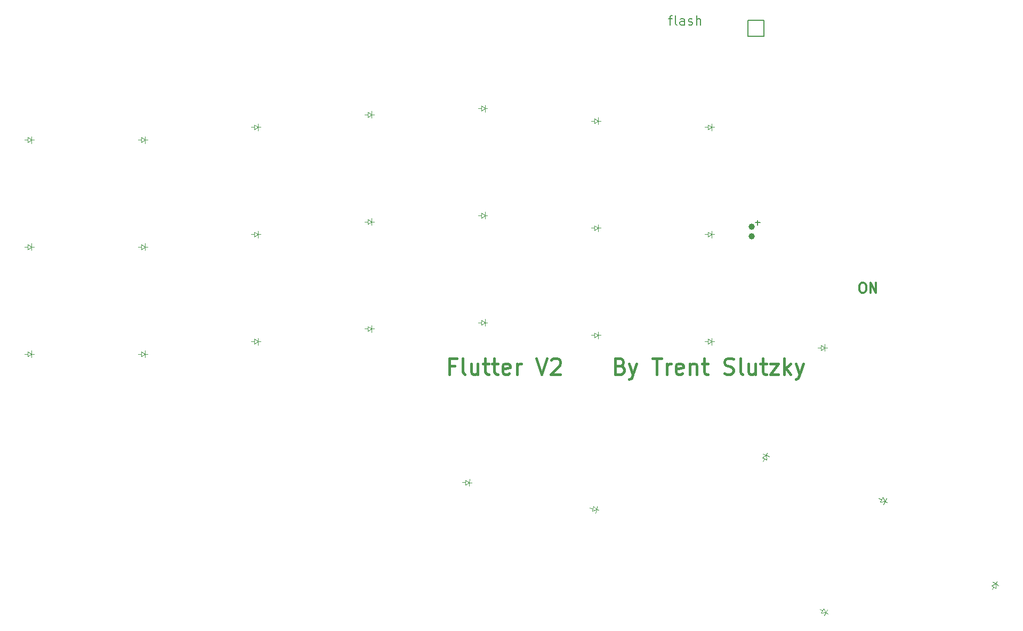
<source format=gbr>
%TF.GenerationSoftware,KiCad,Pcbnew,6.0.7*%
%TF.CreationDate,2022-09-18T19:07:01-04:00*%
%TF.ProjectId,flutter_v2_wren,666c7574-7465-4725-9f76-325f7772656e,v1.0.0*%
%TF.SameCoordinates,Original*%
%TF.FileFunction,Legend,Top*%
%TF.FilePolarity,Positive*%
%FSLAX46Y46*%
G04 Gerber Fmt 4.6, Leading zero omitted, Abs format (unit mm)*
G04 Created by KiCad (PCBNEW 6.0.7) date 2022-09-18 19:07:01*
%MOMM*%
%LPD*%
G01*
G04 APERTURE LIST*
%ADD10C,0.150000*%
%ADD11C,0.200000*%
%ADD12C,0.300000*%
%ADD13C,0.400000*%
%ADD14C,0.100000*%
%ADD15C,1.000000*%
G04 APERTURE END LIST*
D10*
X121296708Y13854107D02*
X122058613Y13854107D01*
X121677661Y13473155D02*
X121677661Y14235059D01*
D11*
X107534803Y46246964D02*
X108106232Y46246964D01*
X107749089Y45246964D02*
X107749089Y46532678D01*
X107820518Y46675536D01*
X107963375Y46746964D01*
X108106232Y46746964D01*
X108820518Y45246964D02*
X108677661Y45318393D01*
X108606232Y45461250D01*
X108606232Y46746964D01*
X110034803Y45246964D02*
X110034803Y46032678D01*
X109963375Y46175536D01*
X109820518Y46246964D01*
X109534803Y46246964D01*
X109391946Y46175536D01*
X110034803Y45318393D02*
X109891946Y45246964D01*
X109534803Y45246964D01*
X109391946Y45318393D01*
X109320518Y45461250D01*
X109320518Y45604107D01*
X109391946Y45746964D01*
X109534803Y45818393D01*
X109891946Y45818393D01*
X110034803Y45889821D01*
X110677661Y45318393D02*
X110820518Y45246964D01*
X111106232Y45246964D01*
X111249089Y45318393D01*
X111320518Y45461250D01*
X111320518Y45532678D01*
X111249089Y45675536D01*
X111106232Y45746964D01*
X110891946Y45746964D01*
X110749089Y45818393D01*
X110677661Y45961250D01*
X110677661Y46032678D01*
X110749089Y46175536D01*
X110891946Y46246964D01*
X111106232Y46246964D01*
X111249089Y46175536D01*
X111963375Y45246964D02*
X111963375Y46746964D01*
X112606232Y45246964D02*
X112606232Y46032678D01*
X112534803Y46175536D01*
X112391946Y46246964D01*
X112177661Y46246964D01*
X112034803Y46175536D01*
X111963375Y46104107D01*
D12*
X138187184Y4301726D02*
X138491946Y4301726D01*
X138644327Y4225536D01*
X138796708Y4073155D01*
X138872899Y3768393D01*
X138872899Y3235059D01*
X138796708Y2930297D01*
X138644327Y2777916D01*
X138491946Y2701726D01*
X138187184Y2701726D01*
X138034803Y2777916D01*
X137882422Y2930297D01*
X137806232Y3235059D01*
X137806232Y3768393D01*
X137882422Y4073155D01*
X138034803Y4225536D01*
X138187184Y4301726D01*
X139558613Y2701726D02*
X139558613Y4301726D01*
X140472899Y2701726D01*
X140472899Y4301726D01*
D13*
X73534803Y-8895892D02*
X72701470Y-8895892D01*
X72701470Y-10205416D02*
X72701470Y-7705416D01*
X73891946Y-7705416D01*
X75201470Y-10205416D02*
X74963375Y-10086368D01*
X74844327Y-9848273D01*
X74844327Y-7705416D01*
X77225280Y-8538749D02*
X77225280Y-10205416D01*
X76153851Y-8538749D02*
X76153851Y-9848273D01*
X76272899Y-10086368D01*
X76510994Y-10205416D01*
X76868137Y-10205416D01*
X77106232Y-10086368D01*
X77225280Y-9967321D01*
X78058613Y-8538749D02*
X79010994Y-8538749D01*
X78415756Y-7705416D02*
X78415756Y-9848273D01*
X78534803Y-10086368D01*
X78772899Y-10205416D01*
X79010994Y-10205416D01*
X79487184Y-8538749D02*
X80439565Y-8538749D01*
X79844327Y-7705416D02*
X79844327Y-9848273D01*
X79963375Y-10086368D01*
X80201470Y-10205416D01*
X80439565Y-10205416D01*
X82225280Y-10086368D02*
X81987184Y-10205416D01*
X81510994Y-10205416D01*
X81272899Y-10086368D01*
X81153851Y-9848273D01*
X81153851Y-8895892D01*
X81272899Y-8657797D01*
X81510994Y-8538749D01*
X81987184Y-8538749D01*
X82225280Y-8657797D01*
X82344327Y-8895892D01*
X82344327Y-9133987D01*
X81153851Y-9372083D01*
X83415756Y-10205416D02*
X83415756Y-8538749D01*
X83415756Y-9014940D02*
X83534803Y-8776844D01*
X83653851Y-8657797D01*
X83891946Y-8538749D01*
X84130041Y-8538749D01*
X86510994Y-7705416D02*
X87344327Y-10205416D01*
X88177660Y-7705416D01*
X88891946Y-7943511D02*
X89010994Y-7824464D01*
X89249089Y-7705416D01*
X89844327Y-7705416D01*
X90082422Y-7824464D01*
X90201470Y-7943511D01*
X90320518Y-8181606D01*
X90320518Y-8419702D01*
X90201470Y-8776844D01*
X88772899Y-10205416D01*
X90320518Y-10205416D01*
X99844327Y-8895892D02*
X100201470Y-9014940D01*
X100320518Y-9133987D01*
X100439565Y-9372083D01*
X100439565Y-9729225D01*
X100320518Y-9967321D01*
X100201470Y-10086368D01*
X99963375Y-10205416D01*
X99010994Y-10205416D01*
X99010994Y-7705416D01*
X99844327Y-7705416D01*
X100082422Y-7824464D01*
X100201470Y-7943511D01*
X100320518Y-8181606D01*
X100320518Y-8419702D01*
X100201470Y-8657797D01*
X100082422Y-8776844D01*
X99844327Y-8895892D01*
X99010994Y-8895892D01*
X101272899Y-8538749D02*
X101868137Y-10205416D01*
X102463375Y-8538749D02*
X101868137Y-10205416D01*
X101630041Y-10800654D01*
X101510994Y-10919702D01*
X101272899Y-11038749D01*
X104963375Y-7705416D02*
X106391946Y-7705416D01*
X105677660Y-10205416D02*
X105677660Y-7705416D01*
X107225280Y-10205416D02*
X107225280Y-8538749D01*
X107225280Y-9014940D02*
X107344327Y-8776844D01*
X107463375Y-8657797D01*
X107701470Y-8538749D01*
X107939565Y-8538749D01*
X109725280Y-10086368D02*
X109487184Y-10205416D01*
X109010994Y-10205416D01*
X108772899Y-10086368D01*
X108653851Y-9848273D01*
X108653851Y-8895892D01*
X108772899Y-8657797D01*
X109010994Y-8538749D01*
X109487184Y-8538749D01*
X109725280Y-8657797D01*
X109844327Y-8895892D01*
X109844327Y-9133987D01*
X108653851Y-9372083D01*
X110915756Y-8538749D02*
X110915756Y-10205416D01*
X110915756Y-8776844D02*
X111034803Y-8657797D01*
X111272899Y-8538749D01*
X111630041Y-8538749D01*
X111868137Y-8657797D01*
X111987184Y-8895892D01*
X111987184Y-10205416D01*
X112820518Y-8538749D02*
X113772899Y-8538749D01*
X113177660Y-7705416D02*
X113177660Y-9848273D01*
X113296708Y-10086368D01*
X113534803Y-10205416D01*
X113772899Y-10205416D01*
X116391946Y-10086368D02*
X116749089Y-10205416D01*
X117344327Y-10205416D01*
X117582422Y-10086368D01*
X117701470Y-9967321D01*
X117820518Y-9729225D01*
X117820518Y-9491130D01*
X117701470Y-9253035D01*
X117582422Y-9133987D01*
X117344327Y-9014940D01*
X116868137Y-8895892D01*
X116630041Y-8776844D01*
X116510994Y-8657797D01*
X116391946Y-8419702D01*
X116391946Y-8181606D01*
X116510994Y-7943511D01*
X116630041Y-7824464D01*
X116868137Y-7705416D01*
X117463375Y-7705416D01*
X117820518Y-7824464D01*
X119249089Y-10205416D02*
X119010994Y-10086368D01*
X118891946Y-9848273D01*
X118891946Y-7705416D01*
X121272899Y-8538749D02*
X121272899Y-10205416D01*
X120201470Y-8538749D02*
X120201470Y-9848273D01*
X120320518Y-10086368D01*
X120558613Y-10205416D01*
X120915756Y-10205416D01*
X121153851Y-10086368D01*
X121272899Y-9967321D01*
X122106232Y-8538749D02*
X123058613Y-8538749D01*
X122463375Y-7705416D02*
X122463375Y-9848273D01*
X122582422Y-10086368D01*
X122820518Y-10205416D01*
X123058613Y-10205416D01*
X123653851Y-8538749D02*
X124963375Y-8538749D01*
X123653851Y-10205416D01*
X124963375Y-10205416D01*
X125915756Y-10205416D02*
X125915756Y-7705416D01*
X126153851Y-9253035D02*
X126868137Y-10205416D01*
X126868137Y-8538749D02*
X125915756Y-9491130D01*
X127701470Y-8538749D02*
X128296708Y-10205416D01*
X128891946Y-8538749D02*
X128296708Y-10205416D01*
X128058613Y-10800654D01*
X127939565Y-10919702D01*
X127701470Y-11038749D01*
D10*
%TO.C,*%
%TO.C,MCU1*%
%TO.C,*%
D14*
%TO.C,D1*%
X6350000Y-7000000D02*
X5750000Y-7400000D01*
X6750000Y-7000000D02*
X6350000Y-7000000D01*
X5750000Y-7400000D02*
X5750000Y-6600000D01*
X6350000Y-7000000D02*
X6350000Y-6450000D01*
X6350000Y-7000000D02*
X6350000Y-7550000D01*
X5750000Y-6600000D02*
X6350000Y-7000000D01*
X5750000Y-7000000D02*
X5250000Y-7000000D01*
%TO.C,D2*%
X6750000Y10000000D02*
X6350000Y10000000D01*
X5750000Y9600000D02*
X5750000Y10400000D01*
X6350000Y10000000D02*
X5750000Y9600000D01*
X6350000Y10000000D02*
X6350000Y10550000D01*
X5750000Y10000000D02*
X5250000Y10000000D01*
X5750000Y10400000D02*
X6350000Y10000000D01*
X6350000Y10000000D02*
X6350000Y9450000D01*
%TO.C,D3*%
X6350000Y27000000D02*
X6350000Y26450000D01*
X6350000Y27000000D02*
X5750000Y26600000D01*
X6750000Y27000000D02*
X6350000Y27000000D01*
X5750000Y27000000D02*
X5250000Y27000000D01*
X5750000Y26600000D02*
X5750000Y27400000D01*
X5750000Y27400000D02*
X6350000Y27000000D01*
X6350000Y27000000D02*
X6350000Y27550000D01*
%TO.C,D24*%
X141865727Y-30387995D02*
X141607517Y-30873616D01*
X141523747Y-29753133D02*
X141865727Y-30387995D01*
X142218906Y-30575784D02*
X141865727Y-30387995D01*
X141148169Y-30459491D02*
X141523747Y-29753133D01*
X141335958Y-30106312D02*
X140894484Y-29871576D01*
X141865727Y-30387995D02*
X142123936Y-29902374D01*
X141865727Y-30387995D02*
X141148169Y-30459491D01*
%TO.C,D23*%
X132829474Y-48234736D02*
X132476295Y-48046947D01*
X131758737Y-48118443D02*
X132134315Y-47412085D01*
X132134315Y-47412085D02*
X132476295Y-48046947D01*
X132476295Y-48046947D02*
X132734504Y-47561326D01*
X132476295Y-48046947D02*
X131758737Y-48118443D01*
X132476295Y-48046947D02*
X132218085Y-48532568D01*
X131946526Y-47765264D02*
X131505052Y-47530528D01*
%TO.C,D17*%
X95750000Y13400000D02*
X96350000Y13000000D01*
X96350000Y13000000D02*
X96350000Y12450000D01*
X96350000Y13000000D02*
X96350000Y13550000D01*
X96350000Y13000000D02*
X95750000Y12600000D01*
X95750000Y13000000D02*
X95250000Y13000000D01*
X95750000Y12600000D02*
X95750000Y13400000D01*
X96750000Y13000000D02*
X96350000Y13000000D01*
%TO.C,D11*%
X60350000Y14000000D02*
X59750000Y13600000D01*
X59750000Y13600000D02*
X59750000Y14400000D01*
X59750000Y14400000D02*
X60350000Y14000000D01*
X59750000Y14000000D02*
X59250000Y14000000D01*
X60350000Y14000000D02*
X60350000Y14550000D01*
X60750000Y14000000D02*
X60350000Y14000000D01*
X60350000Y14000000D02*
X60350000Y13450000D01*
%TO.C,D19*%
X114750000Y-5000000D02*
X114350000Y-5000000D01*
X114350000Y-5000000D02*
X113750000Y-5400000D01*
X114350000Y-5000000D02*
X114350000Y-4450000D01*
X114350000Y-5000000D02*
X114350000Y-5550000D01*
X113750000Y-5000000D02*
X113250000Y-5000000D01*
X113750000Y-4600000D02*
X114350000Y-5000000D01*
X113750000Y-5400000D02*
X113750000Y-4600000D01*
%TO.C,D20*%
X114350000Y12000000D02*
X114350000Y12550000D01*
X114350000Y12000000D02*
X114350000Y11450000D01*
X113750000Y12400000D02*
X114350000Y12000000D01*
X113750000Y11600000D02*
X113750000Y12400000D01*
X114350000Y12000000D02*
X113750000Y11600000D01*
X114750000Y12000000D02*
X114350000Y12000000D01*
X113750000Y12000000D02*
X113250000Y12000000D01*
%TO.C,D18*%
X96350000Y30000000D02*
X96350000Y30550000D01*
X95750000Y29600000D02*
X95750000Y30400000D01*
X96750000Y30000000D02*
X96350000Y30000000D01*
X96350000Y30000000D02*
X95750000Y29600000D01*
X95750000Y30400000D02*
X96350000Y30000000D01*
X96350000Y30000000D02*
X96350000Y29450000D01*
X95750000Y30000000D02*
X95250000Y30000000D01*
%TO.C,D10*%
X59750000Y-2600000D02*
X60350000Y-3000000D01*
X60350000Y-3000000D02*
X59750000Y-3400000D01*
X60350000Y-3000000D02*
X60350000Y-2450000D01*
X60750000Y-3000000D02*
X60350000Y-3000000D01*
X59750000Y-3000000D02*
X59250000Y-3000000D01*
X59750000Y-3400000D02*
X59750000Y-2600000D01*
X60350000Y-3000000D02*
X60350000Y-3550000D01*
%TO.C,D13*%
X77750000Y-1600000D02*
X78350000Y-2000000D01*
X77750000Y-2400000D02*
X77750000Y-1600000D01*
X78350000Y-2000000D02*
X77750000Y-2400000D01*
X78350000Y-2000000D02*
X78350000Y-2550000D01*
X78350000Y-2000000D02*
X78350000Y-1450000D01*
X77750000Y-2000000D02*
X77250000Y-2000000D01*
X78750000Y-2000000D02*
X78350000Y-2000000D01*
%TO.C,D15*%
X77750000Y32000000D02*
X77250000Y32000000D01*
X78350000Y32000000D02*
X78350000Y32550000D01*
X77750000Y32400000D02*
X78350000Y32000000D01*
X77750000Y31600000D02*
X77750000Y32400000D01*
X78750000Y32000000D02*
X78350000Y32000000D01*
X78350000Y32000000D02*
X78350000Y31450000D01*
X78350000Y32000000D02*
X77750000Y31600000D01*
%TO.C,D26*%
X132750000Y-6000000D02*
X132350000Y-6000000D01*
X132350000Y-6000000D02*
X131750000Y-6400000D01*
X132350000Y-6000000D02*
X132350000Y-6550000D01*
X131750000Y-5600000D02*
X132350000Y-6000000D01*
X132350000Y-6000000D02*
X132350000Y-5450000D01*
X131750000Y-6000000D02*
X131250000Y-6000000D01*
X131750000Y-6400000D02*
X131750000Y-5600000D01*
%TO.C,D4*%
X23750000Y-6600000D02*
X24350000Y-7000000D01*
X23750000Y-7400000D02*
X23750000Y-6600000D01*
X24350000Y-7000000D02*
X24350000Y-7550000D01*
X23750000Y-7000000D02*
X23250000Y-7000000D01*
X24350000Y-7000000D02*
X23750000Y-7400000D01*
X24350000Y-7000000D02*
X24350000Y-6450000D01*
X24750000Y-7000000D02*
X24350000Y-7000000D01*
%TO.C,D7*%
X42350000Y-5000000D02*
X42350000Y-4450000D01*
X41750000Y-4600000D02*
X42350000Y-5000000D01*
X42750000Y-5000000D02*
X42350000Y-5000000D01*
X42350000Y-5000000D02*
X42350000Y-5550000D01*
X41750000Y-5000000D02*
X41250000Y-5000000D01*
X42350000Y-5000000D02*
X41750000Y-5400000D01*
X41750000Y-5400000D02*
X41750000Y-4600000D01*
%TO.C,D16*%
X96350000Y-4000000D02*
X96350000Y-4550000D01*
X96350000Y-4000000D02*
X95750000Y-4400000D01*
X96750000Y-4000000D02*
X96350000Y-4000000D01*
X95750000Y-4000000D02*
X95250000Y-4000000D01*
X96350000Y-4000000D02*
X96350000Y-3450000D01*
X95750000Y-3600000D02*
X96350000Y-4000000D01*
X95750000Y-4400000D02*
X95750000Y-3600000D01*
%TO.C,D8*%
X42350000Y12000000D02*
X42350000Y11450000D01*
X42750000Y12000000D02*
X42350000Y12000000D01*
X42350000Y12000000D02*
X42350000Y12550000D01*
X41750000Y12400000D02*
X42350000Y12000000D01*
X41750000Y12000000D02*
X41250000Y12000000D01*
X42350000Y12000000D02*
X41750000Y11600000D01*
X41750000Y11600000D02*
X41750000Y12400000D01*
%TO.C,D22*%
X122977596Y-23046143D02*
X122475146Y-22822438D01*
X123140290Y-22680725D02*
X122977596Y-23046143D01*
X123098972Y-23756965D02*
X122368136Y-23431576D01*
X122368136Y-23431576D02*
X122977596Y-23046143D01*
X122977596Y-23046143D02*
X123480046Y-23269848D01*
X122733554Y-23594270D02*
X122530186Y-24051043D01*
X122977596Y-23046143D02*
X123098972Y-23756965D01*
%TO.C,D27*%
X75247698Y-27384048D02*
X74748916Y-27349170D01*
X75275601Y-26985022D02*
X75846236Y-27425902D01*
X75846236Y-27425902D02*
X75219795Y-27783074D01*
X76245262Y-27453804D02*
X75846236Y-27425902D01*
X75219795Y-27783074D02*
X75275601Y-26985022D01*
X75846236Y-27425902D02*
X75807870Y-27974562D01*
X75846236Y-27425902D02*
X75884602Y-26877242D01*
%TO.C,D25*%
X159681198Y-43128993D02*
X159463343Y-43464461D01*
X159463343Y-43464461D02*
X159924611Y-43764013D01*
X159463343Y-43464461D02*
X159472027Y-44185519D01*
X159463343Y-43464461D02*
X159002074Y-43164910D01*
X159136559Y-43967664D02*
X158864240Y-44386999D01*
X158801091Y-43749808D02*
X159463343Y-43464461D01*
X159472027Y-44185519D02*
X158801091Y-43749808D01*
%TO.C,D28*%
X96429379Y-31782346D02*
X96040431Y-31688968D01*
X95457010Y-31548901D02*
X94970825Y-31432178D01*
X96040431Y-31688968D02*
X95912037Y-32223771D01*
X96040431Y-31688968D02*
X96168826Y-31154164D01*
X96040431Y-31688968D02*
X95363631Y-31937849D01*
X95363631Y-31937849D02*
X95550388Y-31159953D01*
X95550388Y-31159953D02*
X96040431Y-31688968D01*
%TO.C,D21*%
X113750000Y29400000D02*
X114350000Y29000000D01*
X113750000Y28600000D02*
X113750000Y29400000D01*
X113750000Y29000000D02*
X113250000Y29000000D01*
X114350000Y29000000D02*
X114350000Y28450000D01*
X114350000Y29000000D02*
X113750000Y28600000D01*
X114350000Y29000000D02*
X114350000Y29550000D01*
X114750000Y29000000D02*
X114350000Y29000000D01*
%TO.C,D9*%
X41750000Y29400000D02*
X42350000Y29000000D01*
X41750000Y29000000D02*
X41250000Y29000000D01*
X42350000Y29000000D02*
X42350000Y28450000D01*
X42750000Y29000000D02*
X42350000Y29000000D01*
X42350000Y29000000D02*
X42350000Y29550000D01*
X42350000Y29000000D02*
X41750000Y28600000D01*
X41750000Y28600000D02*
X41750000Y29400000D01*
%TO.C,D12*%
X59750000Y31400000D02*
X60350000Y31000000D01*
X59750000Y30600000D02*
X59750000Y31400000D01*
X60350000Y31000000D02*
X60350000Y30450000D01*
X60350000Y31000000D02*
X59750000Y30600000D01*
X60750000Y31000000D02*
X60350000Y31000000D01*
X60350000Y31000000D02*
X60350000Y31550000D01*
X59750000Y31000000D02*
X59250000Y31000000D01*
%TO.C,D5*%
X24350000Y10000000D02*
X24350000Y9450000D01*
X23750000Y10000000D02*
X23250000Y10000000D01*
X23750000Y9600000D02*
X23750000Y10400000D01*
X24350000Y10000000D02*
X23750000Y9600000D01*
X24750000Y10000000D02*
X24350000Y10000000D01*
X23750000Y10400000D02*
X24350000Y10000000D01*
X24350000Y10000000D02*
X24350000Y10550000D01*
D10*
%TO.C,MCU1*%
X122650000Y45990000D02*
X120110000Y45990000D01*
X120110000Y43450000D02*
X120110000Y45990000D01*
X122650000Y45990000D02*
X122650000Y43450000D01*
X122650000Y43450000D02*
X120110000Y43450000D01*
D14*
%TO.C,D14*%
X78350000Y15000000D02*
X78350000Y15550000D01*
X78350000Y15000000D02*
X77750000Y14600000D01*
X77750000Y14600000D02*
X77750000Y15400000D01*
X77750000Y15400000D02*
X78350000Y15000000D01*
X77750000Y15000000D02*
X77250000Y15000000D01*
X78750000Y15000000D02*
X78350000Y15000000D01*
X78350000Y15000000D02*
X78350000Y14450000D01*
%TO.C,D6*%
X23750000Y27000000D02*
X23250000Y27000000D01*
X23750000Y26600000D02*
X23750000Y27400000D01*
X24350000Y27000000D02*
X23750000Y26600000D01*
X23750000Y27400000D02*
X24350000Y27000000D01*
X24350000Y27000000D02*
X24350000Y26450000D01*
X24750000Y27000000D02*
X24350000Y27000000D01*
X24350000Y27000000D02*
X24350000Y27550000D01*
%TD*%
D15*
%TO.C,*%
X120677661Y13175536D03*
X120677661Y11675536D03*
%TD*%
M02*

</source>
